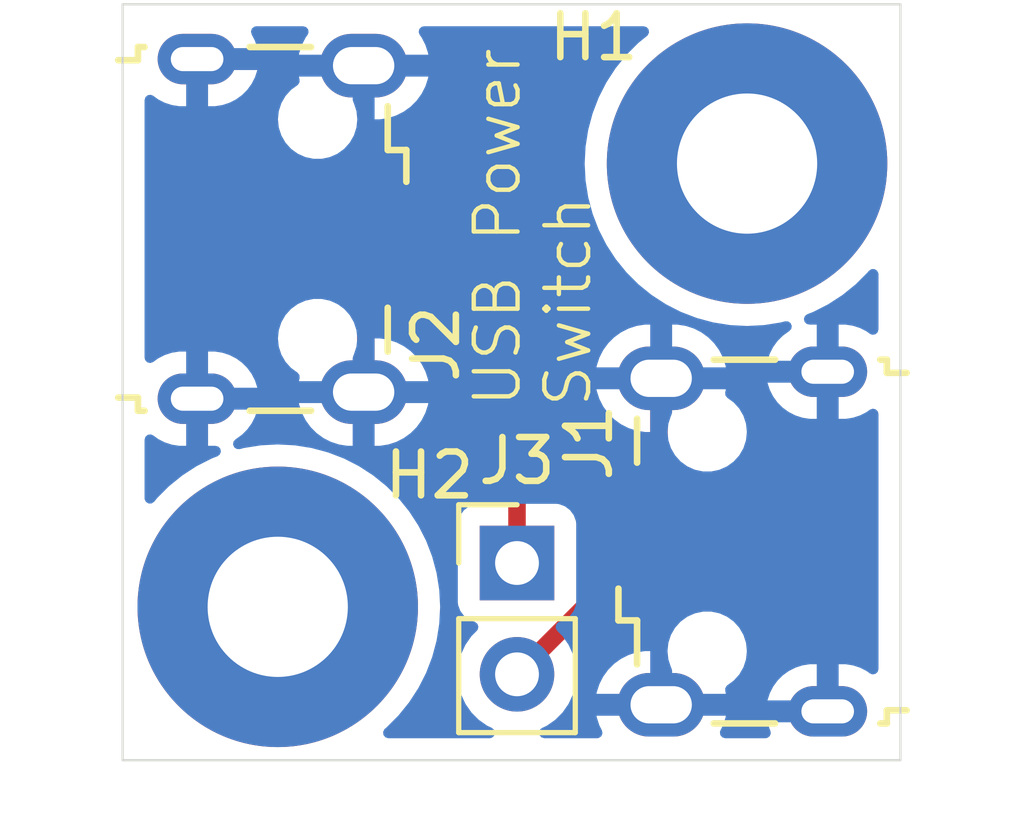
<source format=kicad_pcb>
(kicad_pcb (version 20240108) (generator "pcbnew") (generator_version "8.0")
  (layers (0 "F.Cu" signal) (31 "B.Cu" signal) (34 "B.Paste" user) (35 "F.Paste" user) (36 "B.SilkS" user "B.Silkscreen") (37 "F.SilkS" user "F.Silkscreen") (38 "B.Mask" user) (39 "F.Mask" user) (44 "Edge.Cuts" user))
  (net 0 "")
  (net 1 "GNDREF")
  (net 2 "/VBUSA")
  (net 3 "/VBUSB")
  (footprint "Connector_PinHeader_2.54mm:PinHeader_1x02_P2.54mm_Vertical" (layer "F.Cu") (at 150.5 95.75)
    (property "Reference" "J3" (at 0 -2.33 0) (layer "F.SilkS"))
    (property "Value" "Conn_01x02_Pin")
    (fp_line (start -1.33 -1.33) (end 0 -1.33) (stroke (width 0.12)) (layer "F.SilkS"))
    (fp_line (start -1.33 0) (end -1.33 -1.33) (stroke (width 0.12)) (layer "F.SilkS"))
    (fp_line (start -1.33 1.27) (end -1.33 3.87) (stroke (width 0.12)) (layer "F.SilkS"))
    (fp_line (start -1.33 1.27) (end 1.33 1.27) (stroke (width 0.12)) (layer "F.SilkS"))
    (fp_line (start -1.33 3.87) (end 1.33 3.87) (stroke (width 0.12)) (layer "F.SilkS"))
    (fp_line (start 1.33 1.27) (end 1.33 3.87) (stroke (width 0.12)) (layer "F.SilkS"))
    (pad "1" thru_hole rect (at 0 0) (size 1.7 1.7) (drill 1) (layers "*.Cu" "*.Mask") (net 2 "/VBUSA"))
    (pad "2" thru_hole oval (at 0 2.54) (size 1.7 1.7) (drill 1) (layers "*.Cu" "*.Mask") (net 3 "/VBUSB"))
  )
  (footprint "Connector_USB:USB_Micro-B_Wuerth_629105150521" (layer "F.Cu") (at 145.15 88.125 -90)
    (property "Reference" "J2" (at 2.625 -3.5 90) (layer "F.SilkS"))
    (property "Value" "USB_B_Micro")
    (fp_line (start 3.85 3.75) (end 3.85 3.3) (stroke (width 0.15)) (layer "F.SilkS"))
    (fp_line (start -4.15 3.3) (end -3.85 3.3) (stroke (width 0.15)) (layer "F.SilkS"))
    (fp_line (start -3.85 3.3) (end -3.85 3.75) (stroke (width 0.15)) (layer "F.SilkS"))
    (fp_line (start 3.85 3.3) (end 4.15 3.3) (stroke (width 0.15)) (layer "F.SilkS"))
    (fp_line (start 4.15 3.3) (end 4.15 3.15) (stroke (width 0.15)) (layer "F.SilkS"))
    (fp_line (start -4.15 3.15) (end -4.15 3.3) (stroke (width 0.15)) (layer "F.SilkS"))
    (fp_line (start 4.15 0.75) (end 4.15 -0.65) (stroke (width 0.15)) (layer "F.SilkS"))
    (fp_line (start -4.15 -0.65) (end -4.15 0.75) (stroke (width 0.15)) (layer "F.SilkS"))
    (fp_line (start -1.8 -2.4) (end -2.8 -2.4) (stroke (width 0.15)) (layer "F.SilkS"))
    (fp_line (start 1.8 -2.4) (end 2.8 -2.4) (stroke (width 0.15)) (layer "F.SilkS"))
    (fp_line (start -1.8 -2.825) (end -1.8 -2.4) (stroke (width 0.15)) (layer "F.SilkS"))
    (fp_line (start -1.075 -2.825) (end -1.8 -2.825) (stroke (width 0.15)) (layer "F.SilkS"))
    (pad "" np_thru_hole oval (at -2.5 -0.8 270) (size 0.8 0.8) (drill 0.8) (layers "*.Cu" "*.Mask"))
    (pad "" np_thru_hole oval (at 2.5 -0.8 270) (size 0.8 0.8) (drill 0.8) (layers "*.Cu" "*.Mask"))
    (pad "1" smd rect (at -1.3 -1.9 270) (size 0.45 1.3) (layers "F.Cu" "F.Paste" "F.Mask") (net 2 "/VBUSA"))
    (pad "2" smd rect (at -0.65 -1.9 270) (size 0.45 1.3) (layers "F.Cu" "F.Paste" "F.Mask"))
    (pad "3" smd rect (at 0 -1.9 270) (size 0.45 1.3) (layers "F.Cu" "F.Paste" "F.Mask"))
    (pad "4" smd rect (at 0.65 -1.9 270) (size 0.45 1.3) (layers "F.Cu" "F.Paste" "F.Mask"))
    (pad "5" smd rect (at 1.3 -1.9 270) (size 0.45 1.3) (layers "F.Cu" "F.Paste" "F.Mask") (net 1 "GNDREF"))
    (pad "6" thru_hole oval (at -3.875 1.95 270) (size 1.15 1.8) (drill oval 0.55 1.2) (layers "*.Cu" "*.Mask") (net 1 "GNDREF"))
    (pad "6" thru_hole oval (at -3.725 -1.85 270) (size 1.45 2) (drill oval 0.85 1.4) (layers "*.Cu" "*.Mask") (net 1 "GNDREF"))
    (pad "6" thru_hole oval (at 3.725 -1.85 270) (size 1.45 2) (drill oval 0.85 1.4) (layers "*.Cu" "*.Mask") (net 1 "GNDREF"))
    (pad "6" thru_hole oval (at 3.875 1.95 270) (size 1.15 1.8) (drill oval 0.55 1.2) (layers "*.Cu" "*.Mask") (net 1 "GNDREF"))
  )
  (footprint "MountingHole:MountingHole_3.2mm_M3_Pad_TopBottom" (layer "F.Cu") (at 145.04 96.75)
    (property "Reference" "H2" (at 3.46 -3 0) (layer "F.SilkS"))
    (property "Value" "MountingHole")
    (pad "1" thru_hole circle (at 0 0) (size 3.6 3.6) (drill 3.2) (layers "*.Cu" "*.Mask"))
    (pad "1" connect circle (at 0 0) (size 6.4 6.4) (layers "F.Cu" "F.Mask"))
    (pad "1" connect circle (at 0 0) (size 6.4 6.4) (layers "B.Cu" "B.Mask"))
  )
  (footprint "Connector_USB:USB_Micro-B_Wuerth_629105150521" (layer "F.Cu") (at 155.64 95.26 90)
    (property "Reference" "J1" (at 2.26 -3.5 90) (layer "F.SilkS"))
    (property "Value" "USB_B_Micro")
    (fp_line (start -1.075 -2.825) (end -1.8 -2.825) (stroke (width 0.15)) (layer "F.SilkS"))
    (fp_line (start -1.8 -2.825) (end -1.8 -2.4) (stroke (width 0.15)) (layer "F.SilkS"))
    (fp_line (start 1.8 -2.4) (end 2.8 -2.4) (stroke (width 0.15)) (layer "F.SilkS"))
    (fp_line (start -1.8 -2.4) (end -2.8 -2.4) (stroke (width 0.15)) (layer "F.SilkS"))
    (fp_line (start -4.15 -0.65) (end -4.15 0.75) (stroke (width 0.15)) (layer "F.SilkS"))
    (fp_line (start 4.15 0.75) (end 4.15 -0.65) (stroke (width 0.15)) (layer "F.SilkS"))
    (fp_line (start -4.15 3.15) (end -4.15 3.3) (stroke (width 0.15)) (layer "F.SilkS"))
    (fp_line (start 4.15 3.3) (end 4.15 3.15) (stroke (width 0.15)) (layer "F.SilkS"))
    (fp_line (start 3.85 3.3) (end 4.15 3.3) (stroke (width 0.15)) (layer "F.SilkS"))
    (fp_line (start -3.85 3.3) (end -3.85 3.75) (stroke (width 0.15)) (layer "F.SilkS"))
    (fp_line (start -4.15 3.3) (end -3.85 3.3) (stroke (width 0.15)) (layer "F.SilkS"))
    (fp_line (start 3.85 3.75) (end 3.85 3.3) (stroke (width 0.15)) (layer "F.SilkS"))
    (pad "" np_thru_hole oval (at -2.5 -0.8 90) (size 0.8 0.8) (drill 0.8) (layers "*.Cu" "*.Mask"))
    (pad "" np_thru_hole oval (at 2.5 -0.8 90) (size 0.8 0.8) (drill 0.8) (layers "*.Cu" "*.Mask"))
    (pad "1" smd rect (at -1.3 -1.9 90) (size 0.45 1.3) (layers "F.Cu" "F.Paste" "F.Mask") (net 3 "/VBUSB"))
    (pad "2" smd rect (at -0.65 -1.9 90) (size 0.45 1.3) (layers "F.Cu" "F.Paste" "F.Mask"))
    (pad "3" smd rect (at 0 -1.9 90) (size 0.45 1.3) (layers "F.Cu" "F.Paste" "F.Mask"))
    (pad "4" smd rect (at 0.65 -1.9 90) (size 0.45 1.3) (layers "F.Cu" "F.Paste" "F.Mask"))
    (pad "5" smd rect (at 1.3 -1.9 90) (size 0.45 1.3) (layers "F.Cu" "F.Paste" "F.Mask") (net 1 "GNDREF"))
    (pad "6" thru_hole oval (at -3.875 1.95 90) (size 1.15 1.8) (drill oval 0.55 1.2) (layers "*.Cu" "*.Mask") (net 1 "GNDREF"))
    (pad "6" thru_hole oval (at -3.725 -1.85 90) (size 1.45 2) (drill oval 0.85 1.4) (layers "*.Cu" "*.Mask") (net 1 "GNDREF"))
    (pad "6" thru_hole oval (at 3.725 -1.85 90) (size 1.45 2) (drill oval 0.85 1.4) (layers "*.Cu" "*.Mask") (net 1 "GNDREF"))
    (pad "6" thru_hole oval (at 3.875 1.95 90) (size 1.15 1.8) (drill oval 0.55 1.2) (layers "*.Cu" "*.Mask") (net 1 "GNDREF"))
  )
  (footprint "MountingHole:MountingHole_3.2mm_M3_Pad_TopBottom" (layer "F.Cu") (at 155.75 86.635)
    (property "Reference" "H1" (at -3.5 -2.885 0) (layer "F.SilkS"))
    (property "Value" "MountingHole")
    (pad "1" thru_hole circle (at 0 0) (size 3.6 3.6) (drill 3.2) (layers "*.Cu" "*.Mask"))
    (pad "1" connect circle (at 0 0) (size 6.4 6.4) (layers "F.Cu" "F.Mask"))
    (pad "1" connect circle (at 0 0) (size 6.4 6.4) (layers "B.Cu" "B.Mask"))
  )
  (gr_rect (start 141.5 83) (end 159.25 100.25) (stroke (width 0.05)) (fill none) (layer "Edge.Cuts"))
  (gr_text "USB Power\nSwitch" (at 152.25 92.25 90) (layer "F.SilkS") (effects (font (size 1 1) (thickness 0.1)) (justify left bottom)))
  (segment (start 153.74 91.585) (end 153.79 91.535) (width 0.4) (layer "F.Cu") (net 1))
  (segment (start 147.05 89.425) (end 147.05 91.8) (width 0.4) (layer "F.Cu") (net 1))
  (segment (start 153.74 93.96) (end 153.74 91.585) (width 0.4) (layer "F.Cu") (net 1))
  (segment (start 147.05 91.8) (end 147 91.85) (width 0.4) (layer "F.Cu") (net 1))
  (segment (start 150.5 89.25) (end 150.5 95.75) (width 0.4) (layer "F.Cu") (net 2))
  (segment (start 148.075 86.825) (end 150.5 89.25) (width 0.4) (layer "F.Cu") (net 2))
  (segment (start 147.05 86.825) (end 148.075 86.825) (width 0.4) (layer "F.Cu") (net 2))
  (segment (start 152.23 96.56) (end 150.5 98.29) (width 0.4) (layer "F.Cu") (net 3))
  (segment (start 153.74 96.56) (end 152.23 96.56) (width 0.4) (layer "F.Cu") (net 3))
  (zone (net 1) (net_name "GNDREF") (layer "B.Cu") (connect_pads (clearance 0.5)) (min_thickness 0.25) (fill yes (thermal_gap 0.5) (thermal_bridge_width 0.5))
    (polygon (pts (xy 141.75 83.25) (xy 159 83.25) (xy 159 100) (xy 141.75 100)))
  )
)
</source>
